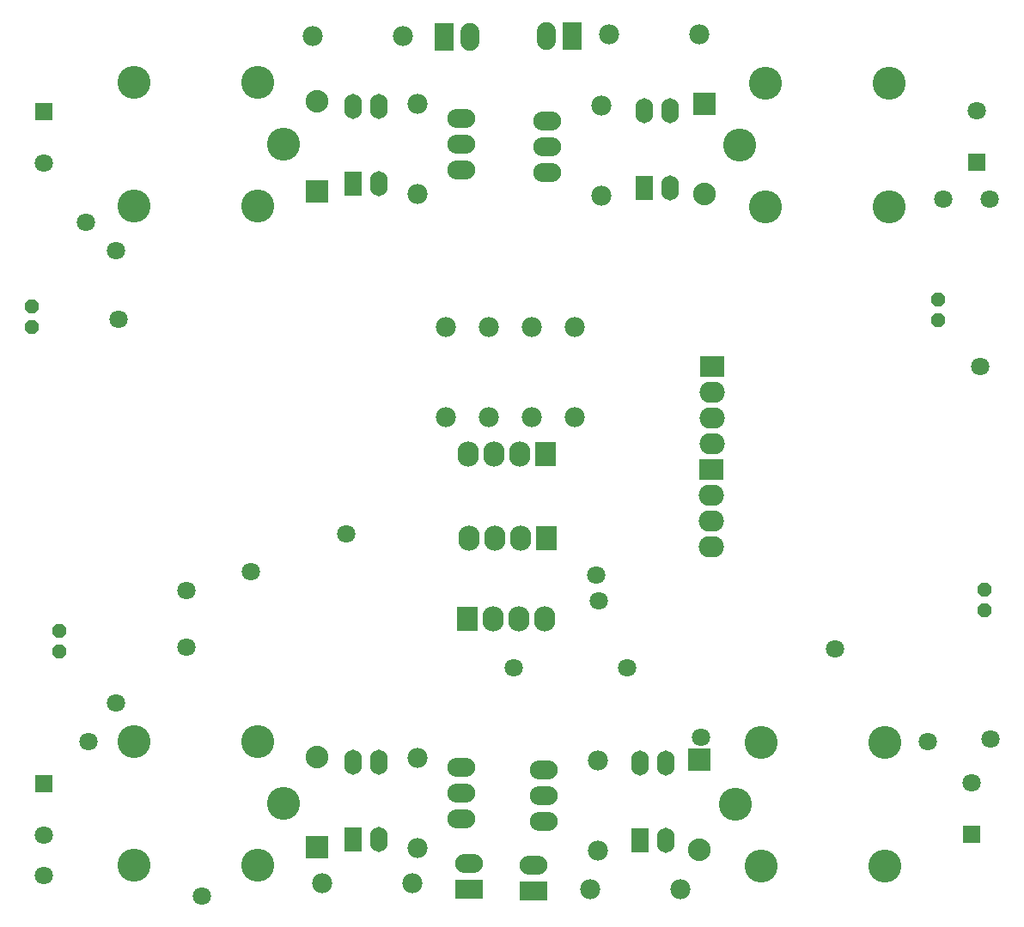
<source format=gbs>
G04*
G04 #@! TF.GenerationSoftware,Altium Limited,Altium Designer,18.0.7 (293)*
G04*
G04 Layer_Color=16711935*
%FSLAX25Y25*%
%MOIN*%
G70*
G01*
G75*
%ADD22O,0.10800X0.07300*%
%ADD23R,0.10800X0.07300*%
%ADD24R,0.08800X0.08800*%
%ADD25C,0.08800*%
%ADD26C,0.07800*%
%ADD27P,0.06061X8X292.5*%
%ADD28C,0.07099*%
%ADD29R,0.07099X0.07099*%
%ADD30R,0.09800X0.08300*%
%ADD31O,0.09800X0.08300*%
%ADD32R,0.08300X0.09800*%
%ADD33O,0.08300X0.09800*%
%ADD34C,0.12800*%
%ADD35R,0.07300X0.10800*%
%ADD36O,0.07300X0.10800*%
%ADD37R,0.06800X0.09800*%
%ADD38O,0.06800X0.09800*%
%ADD39O,0.10800X0.07400*%
D22*
X181500Y28500D02*
D03*
X206500Y28000D02*
D03*
D23*
X181500Y18500D02*
D03*
X206500Y18000D02*
D03*
D24*
X271000Y69000D02*
D03*
X122500Y35000D02*
D03*
Y289500D02*
D03*
X273000Y323500D02*
D03*
D25*
X271000Y34000D02*
D03*
X122500Y70000D02*
D03*
Y324500D02*
D03*
X273000Y288500D02*
D03*
D26*
X228500Y18500D02*
D03*
X263500D02*
D03*
X159500Y21000D02*
D03*
X124500D02*
D03*
X121000Y350000D02*
D03*
X156000D02*
D03*
X271000Y350500D02*
D03*
X236000D02*
D03*
X233000Y288000D02*
D03*
Y323000D02*
D03*
X172500Y237000D02*
D03*
Y202000D02*
D03*
X189167Y237000D02*
D03*
Y202000D02*
D03*
X222500Y237000D02*
D03*
Y202000D02*
D03*
X205833Y237000D02*
D03*
Y202000D02*
D03*
X161500Y69500D02*
D03*
Y34500D02*
D03*
Y323500D02*
D03*
Y288500D02*
D03*
X231500Y68500D02*
D03*
Y33500D02*
D03*
D27*
X12000Y245000D02*
D03*
Y237000D02*
D03*
X22500Y119000D02*
D03*
Y111000D02*
D03*
X381500Y135000D02*
D03*
Y127000D02*
D03*
X363500Y239500D02*
D03*
Y247500D02*
D03*
D28*
X376500Y60000D02*
D03*
X16500Y300500D02*
D03*
Y39500D02*
D03*
X378500Y321000D02*
D03*
X33000Y277500D02*
D03*
X243000Y104500D02*
D03*
X199000D02*
D03*
X16500Y24000D02*
D03*
X380000Y221500D02*
D03*
X72000Y134500D02*
D03*
Y112500D02*
D03*
X134000Y156500D02*
D03*
X365500Y286500D02*
D03*
X383500D02*
D03*
X323500Y112000D02*
D03*
X78000Y16000D02*
D03*
X231000Y140500D02*
D03*
X232000Y130500D02*
D03*
X44500Y266500D02*
D03*
X45500Y240000D02*
D03*
X97000Y142000D02*
D03*
X271500Y77429D02*
D03*
X384000Y77000D02*
D03*
X359500Y76000D02*
D03*
X44500Y91000D02*
D03*
X34000Y76000D02*
D03*
D29*
X376500Y40000D02*
D03*
X16500Y320500D02*
D03*
Y59500D02*
D03*
X378500Y301000D02*
D03*
D30*
X275500Y181500D02*
D03*
X276000Y221500D02*
D03*
D31*
X275500Y171500D02*
D03*
Y161500D02*
D03*
Y151500D02*
D03*
X276000Y191500D02*
D03*
Y201500D02*
D03*
Y211500D02*
D03*
D32*
X211150Y187500D02*
D03*
X211500Y155000D02*
D03*
X181000Y123500D02*
D03*
D33*
X201150Y187500D02*
D03*
X191150D02*
D03*
X181150D02*
D03*
X201500Y155000D02*
D03*
X191500D02*
D03*
X181500D02*
D03*
X191000Y123500D02*
D03*
X201000D02*
D03*
X211000D02*
D03*
D34*
X99500Y76000D02*
D03*
X51500Y28000D02*
D03*
X109500Y52000D02*
D03*
X51500Y76000D02*
D03*
X99500Y28000D02*
D03*
Y284000D02*
D03*
X51500Y332000D02*
D03*
X109500Y308000D02*
D03*
X51500Y284000D02*
D03*
X99500Y332000D02*
D03*
X295000Y75500D02*
D03*
X343000Y27500D02*
D03*
X285000Y51500D02*
D03*
X343000Y75500D02*
D03*
X295000Y27500D02*
D03*
X296500Y331500D02*
D03*
X344500Y283500D02*
D03*
X286500Y307500D02*
D03*
X344500Y331500D02*
D03*
X296500Y283500D02*
D03*
D35*
X172000Y349500D02*
D03*
X221500Y350000D02*
D03*
D36*
X182000Y349500D02*
D03*
X211500Y350000D02*
D03*
D37*
X136500Y38000D02*
D03*
Y292500D02*
D03*
X248000Y37500D02*
D03*
X249500Y291000D02*
D03*
D38*
X146500Y38000D02*
D03*
Y68000D02*
D03*
X136500D02*
D03*
X146500Y292500D02*
D03*
Y322500D02*
D03*
X136500D02*
D03*
X258000Y37500D02*
D03*
Y67500D02*
D03*
X248000D02*
D03*
X259500Y291000D02*
D03*
Y321000D02*
D03*
X249500D02*
D03*
D39*
X178500Y46000D02*
D03*
Y56000D02*
D03*
Y66000D02*
D03*
Y298000D02*
D03*
Y308000D02*
D03*
Y318000D02*
D03*
X210500Y45000D02*
D03*
Y55000D02*
D03*
Y65000D02*
D03*
X212000Y297000D02*
D03*
Y307000D02*
D03*
Y317000D02*
D03*
M02*

</source>
